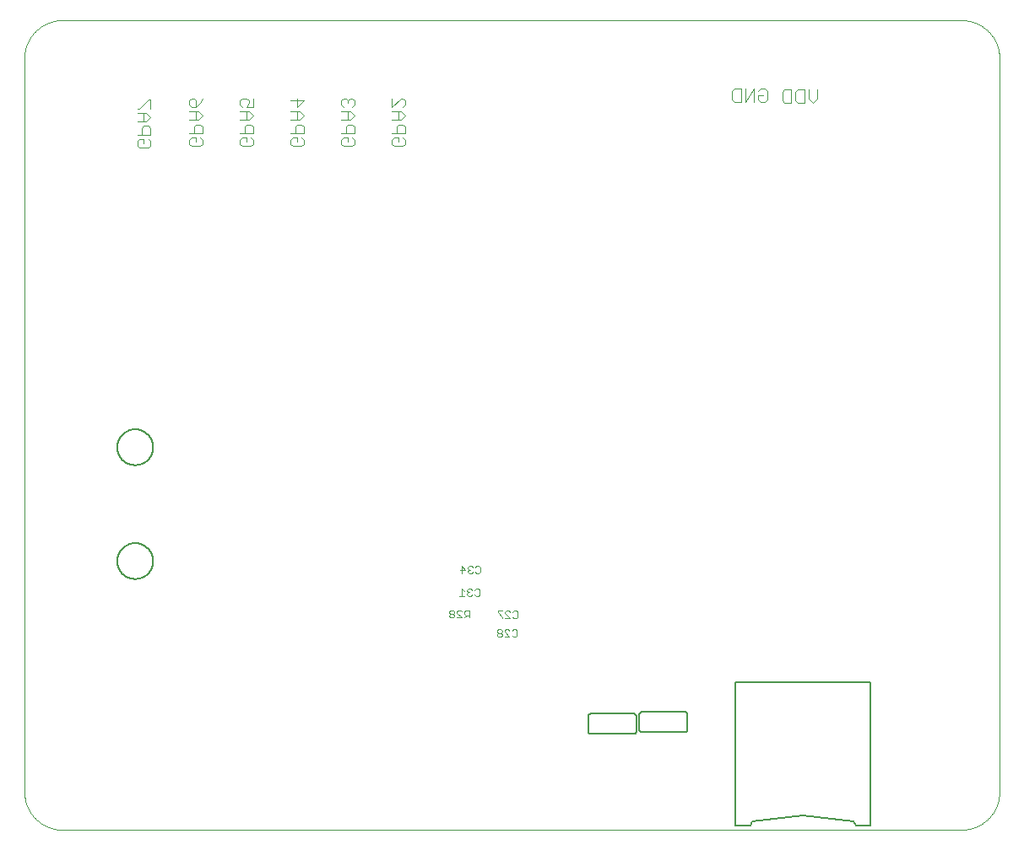
<source format=gbo>
G75*
%MOIN*%
%OFA0B0*%
%FSLAX25Y25*%
%IPPOS*%
%LPD*%
%AMOC8*
5,1,8,0,0,1.08239X$1,22.5*
%
%ADD10C,0.00000*%
%ADD11C,0.00400*%
%ADD12C,0.00300*%
%ADD13C,0.00500*%
%ADD14C,0.00600*%
D10*
X0016750Y0002026D02*
X0371750Y0002026D01*
X0372112Y0002030D01*
X0372475Y0002044D01*
X0372837Y0002065D01*
X0373198Y0002096D01*
X0373558Y0002135D01*
X0373917Y0002183D01*
X0374275Y0002240D01*
X0374632Y0002305D01*
X0374987Y0002379D01*
X0375340Y0002462D01*
X0375691Y0002553D01*
X0376039Y0002652D01*
X0376385Y0002760D01*
X0376729Y0002876D01*
X0377069Y0003001D01*
X0377406Y0003133D01*
X0377740Y0003274D01*
X0378071Y0003423D01*
X0378398Y0003580D01*
X0378721Y0003744D01*
X0379040Y0003916D01*
X0379354Y0004096D01*
X0379665Y0004284D01*
X0379970Y0004479D01*
X0380271Y0004681D01*
X0380567Y0004891D01*
X0380857Y0005107D01*
X0381143Y0005331D01*
X0381423Y0005561D01*
X0381697Y0005798D01*
X0381965Y0006042D01*
X0382228Y0006292D01*
X0382484Y0006548D01*
X0382734Y0006811D01*
X0382978Y0007079D01*
X0383215Y0007353D01*
X0383445Y0007633D01*
X0383669Y0007919D01*
X0383885Y0008209D01*
X0384095Y0008505D01*
X0384297Y0008806D01*
X0384492Y0009111D01*
X0384680Y0009422D01*
X0384860Y0009736D01*
X0385032Y0010055D01*
X0385196Y0010378D01*
X0385353Y0010705D01*
X0385502Y0011036D01*
X0385643Y0011370D01*
X0385775Y0011707D01*
X0385900Y0012047D01*
X0386016Y0012391D01*
X0386124Y0012737D01*
X0386223Y0013085D01*
X0386314Y0013436D01*
X0386397Y0013789D01*
X0386471Y0014144D01*
X0386536Y0014501D01*
X0386593Y0014859D01*
X0386641Y0015218D01*
X0386680Y0015578D01*
X0386711Y0015939D01*
X0386732Y0016301D01*
X0386746Y0016664D01*
X0386750Y0017026D01*
X0386750Y0307026D01*
X0386746Y0307388D01*
X0386732Y0307751D01*
X0386711Y0308113D01*
X0386680Y0308474D01*
X0386641Y0308834D01*
X0386593Y0309193D01*
X0386536Y0309551D01*
X0386471Y0309908D01*
X0386397Y0310263D01*
X0386314Y0310616D01*
X0386223Y0310967D01*
X0386124Y0311315D01*
X0386016Y0311661D01*
X0385900Y0312005D01*
X0385775Y0312345D01*
X0385643Y0312682D01*
X0385502Y0313016D01*
X0385353Y0313347D01*
X0385196Y0313674D01*
X0385032Y0313997D01*
X0384860Y0314316D01*
X0384680Y0314630D01*
X0384492Y0314941D01*
X0384297Y0315246D01*
X0384095Y0315547D01*
X0383885Y0315843D01*
X0383669Y0316133D01*
X0383445Y0316419D01*
X0383215Y0316699D01*
X0382978Y0316973D01*
X0382734Y0317241D01*
X0382484Y0317504D01*
X0382228Y0317760D01*
X0381965Y0318010D01*
X0381697Y0318254D01*
X0381423Y0318491D01*
X0381143Y0318721D01*
X0380857Y0318945D01*
X0380567Y0319161D01*
X0380271Y0319371D01*
X0379970Y0319573D01*
X0379665Y0319768D01*
X0379354Y0319956D01*
X0379040Y0320136D01*
X0378721Y0320308D01*
X0378398Y0320472D01*
X0378071Y0320629D01*
X0377740Y0320778D01*
X0377406Y0320919D01*
X0377069Y0321051D01*
X0376729Y0321176D01*
X0376385Y0321292D01*
X0376039Y0321400D01*
X0375691Y0321499D01*
X0375340Y0321590D01*
X0374987Y0321673D01*
X0374632Y0321747D01*
X0374275Y0321812D01*
X0373917Y0321869D01*
X0373558Y0321917D01*
X0373198Y0321956D01*
X0372837Y0321987D01*
X0372475Y0322008D01*
X0372112Y0322022D01*
X0371750Y0322026D01*
X0016750Y0322026D01*
X0016388Y0322022D01*
X0016025Y0322008D01*
X0015663Y0321987D01*
X0015302Y0321956D01*
X0014942Y0321917D01*
X0014583Y0321869D01*
X0014225Y0321812D01*
X0013868Y0321747D01*
X0013513Y0321673D01*
X0013160Y0321590D01*
X0012809Y0321499D01*
X0012461Y0321400D01*
X0012115Y0321292D01*
X0011771Y0321176D01*
X0011431Y0321051D01*
X0011094Y0320919D01*
X0010760Y0320778D01*
X0010429Y0320629D01*
X0010102Y0320472D01*
X0009779Y0320308D01*
X0009460Y0320136D01*
X0009146Y0319956D01*
X0008835Y0319768D01*
X0008530Y0319573D01*
X0008229Y0319371D01*
X0007933Y0319161D01*
X0007643Y0318945D01*
X0007357Y0318721D01*
X0007077Y0318491D01*
X0006803Y0318254D01*
X0006535Y0318010D01*
X0006272Y0317760D01*
X0006016Y0317504D01*
X0005766Y0317241D01*
X0005522Y0316973D01*
X0005285Y0316699D01*
X0005055Y0316419D01*
X0004831Y0316133D01*
X0004615Y0315843D01*
X0004405Y0315547D01*
X0004203Y0315246D01*
X0004008Y0314941D01*
X0003820Y0314630D01*
X0003640Y0314316D01*
X0003468Y0313997D01*
X0003304Y0313674D01*
X0003147Y0313347D01*
X0002998Y0313016D01*
X0002857Y0312682D01*
X0002725Y0312345D01*
X0002600Y0312005D01*
X0002484Y0311661D01*
X0002376Y0311315D01*
X0002277Y0310967D01*
X0002186Y0310616D01*
X0002103Y0310263D01*
X0002029Y0309908D01*
X0001964Y0309551D01*
X0001907Y0309193D01*
X0001859Y0308834D01*
X0001820Y0308474D01*
X0001789Y0308113D01*
X0001768Y0307751D01*
X0001754Y0307388D01*
X0001750Y0307026D01*
X0001750Y0017026D01*
X0001754Y0016664D01*
X0001768Y0016301D01*
X0001789Y0015939D01*
X0001820Y0015578D01*
X0001859Y0015218D01*
X0001907Y0014859D01*
X0001964Y0014501D01*
X0002029Y0014144D01*
X0002103Y0013789D01*
X0002186Y0013436D01*
X0002277Y0013085D01*
X0002376Y0012737D01*
X0002484Y0012391D01*
X0002600Y0012047D01*
X0002725Y0011707D01*
X0002857Y0011370D01*
X0002998Y0011036D01*
X0003147Y0010705D01*
X0003304Y0010378D01*
X0003468Y0010055D01*
X0003640Y0009736D01*
X0003820Y0009422D01*
X0004008Y0009111D01*
X0004203Y0008806D01*
X0004405Y0008505D01*
X0004615Y0008209D01*
X0004831Y0007919D01*
X0005055Y0007633D01*
X0005285Y0007353D01*
X0005522Y0007079D01*
X0005766Y0006811D01*
X0006016Y0006548D01*
X0006272Y0006292D01*
X0006535Y0006042D01*
X0006803Y0005798D01*
X0007077Y0005561D01*
X0007357Y0005331D01*
X0007643Y0005107D01*
X0007933Y0004891D01*
X0008229Y0004681D01*
X0008530Y0004479D01*
X0008835Y0004284D01*
X0009146Y0004096D01*
X0009460Y0003916D01*
X0009779Y0003744D01*
X0010102Y0003580D01*
X0010429Y0003423D01*
X0010760Y0003274D01*
X0011094Y0003133D01*
X0011431Y0003001D01*
X0011771Y0002876D01*
X0012115Y0002760D01*
X0012461Y0002652D01*
X0012809Y0002553D01*
X0013160Y0002462D01*
X0013513Y0002379D01*
X0013868Y0002305D01*
X0014225Y0002240D01*
X0014583Y0002183D01*
X0014942Y0002135D01*
X0015302Y0002096D01*
X0015663Y0002065D01*
X0016025Y0002044D01*
X0016388Y0002030D01*
X0016750Y0002026D01*
D11*
X0047217Y0271600D02*
X0046350Y0272467D01*
X0046350Y0274202D01*
X0047217Y0275070D01*
X0048952Y0275070D01*
X0048952Y0273335D01*
X0050687Y0271600D02*
X0047217Y0271600D01*
X0050687Y0271600D02*
X0051554Y0272467D01*
X0051554Y0274202D01*
X0050687Y0275070D01*
X0051554Y0276756D02*
X0051554Y0279359D01*
X0050687Y0280226D01*
X0048952Y0280226D01*
X0048085Y0279359D01*
X0048085Y0276756D01*
X0046350Y0276756D02*
X0051554Y0276756D01*
X0049820Y0281913D02*
X0046350Y0281913D01*
X0048952Y0281913D02*
X0048952Y0285382D01*
X0049820Y0285382D02*
X0046350Y0285382D01*
X0046350Y0287069D02*
X0047217Y0287069D01*
X0050687Y0290539D01*
X0051554Y0290539D01*
X0051554Y0287069D01*
X0049820Y0285382D02*
X0051554Y0283648D01*
X0049820Y0281913D01*
X0066950Y0282538D02*
X0070420Y0282538D01*
X0072154Y0284273D01*
X0070420Y0286008D01*
X0066950Y0286008D01*
X0067817Y0287695D02*
X0066950Y0288562D01*
X0066950Y0290297D01*
X0067817Y0291164D01*
X0068685Y0291164D01*
X0069552Y0290297D01*
X0069552Y0287695D01*
X0067817Y0287695D01*
X0069552Y0287695D02*
X0071287Y0289430D01*
X0072154Y0291164D01*
X0069552Y0286008D02*
X0069552Y0282538D01*
X0069552Y0280852D02*
X0068685Y0279984D01*
X0068685Y0277382D01*
X0066950Y0277382D02*
X0072154Y0277382D01*
X0072154Y0279984D01*
X0071287Y0280852D01*
X0069552Y0280852D01*
X0069552Y0275695D02*
X0069552Y0273960D01*
X0069552Y0275695D02*
X0067817Y0275695D01*
X0066950Y0274828D01*
X0066950Y0273093D01*
X0067817Y0272226D01*
X0071287Y0272226D01*
X0072154Y0273093D01*
X0072154Y0274828D01*
X0071287Y0275695D01*
X0086950Y0274828D02*
X0087817Y0275695D01*
X0089552Y0275695D01*
X0089552Y0273960D01*
X0091287Y0272226D02*
X0087817Y0272226D01*
X0086950Y0273093D01*
X0086950Y0274828D01*
X0086950Y0277382D02*
X0092154Y0277382D01*
X0092154Y0279984D01*
X0091287Y0280852D01*
X0089552Y0280852D01*
X0088685Y0279984D01*
X0088685Y0277382D01*
X0091287Y0275695D02*
X0092154Y0274828D01*
X0092154Y0273093D01*
X0091287Y0272226D01*
X0090420Y0282538D02*
X0086950Y0282538D01*
X0089552Y0282538D02*
X0089552Y0286008D01*
X0090420Y0286008D02*
X0086950Y0286008D01*
X0087817Y0287695D02*
X0086950Y0288562D01*
X0086950Y0290297D01*
X0087817Y0291164D01*
X0089552Y0291164D01*
X0090420Y0290297D01*
X0090420Y0289430D01*
X0089552Y0287695D01*
X0092154Y0287695D01*
X0092154Y0291164D01*
X0090420Y0286008D02*
X0092154Y0284273D01*
X0090420Y0282538D01*
X0106950Y0282538D02*
X0110420Y0282538D01*
X0112154Y0284273D01*
X0110420Y0286008D01*
X0106950Y0286008D01*
X0109552Y0286008D02*
X0109552Y0282538D01*
X0109552Y0280852D02*
X0108685Y0279984D01*
X0108685Y0277382D01*
X0106950Y0277382D02*
X0112154Y0277382D01*
X0112154Y0279984D01*
X0111287Y0280852D01*
X0109552Y0280852D01*
X0109552Y0275695D02*
X0107817Y0275695D01*
X0106950Y0274828D01*
X0106950Y0273093D01*
X0107817Y0272226D01*
X0111287Y0272226D01*
X0112154Y0273093D01*
X0112154Y0274828D01*
X0111287Y0275695D01*
X0109552Y0275695D02*
X0109552Y0273960D01*
X0109552Y0287695D02*
X0109552Y0291164D01*
X0106950Y0290297D02*
X0112154Y0290297D01*
X0109552Y0287695D01*
X0126950Y0288562D02*
X0127817Y0287695D01*
X0126950Y0288562D02*
X0126950Y0290297D01*
X0127817Y0291164D01*
X0128685Y0291164D01*
X0129552Y0290297D01*
X0129552Y0289430D01*
X0129552Y0290297D02*
X0130420Y0291164D01*
X0131287Y0291164D01*
X0132154Y0290297D01*
X0132154Y0288562D01*
X0131287Y0287695D01*
X0130420Y0286008D02*
X0126950Y0286008D01*
X0129552Y0286008D02*
X0129552Y0282538D01*
X0130420Y0282538D02*
X0132154Y0284273D01*
X0130420Y0286008D01*
X0130420Y0282538D02*
X0126950Y0282538D01*
X0128685Y0279984D02*
X0128685Y0277382D01*
X0126950Y0277382D02*
X0132154Y0277382D01*
X0132154Y0279984D01*
X0131287Y0280852D01*
X0129552Y0280852D01*
X0128685Y0279984D01*
X0127817Y0275695D02*
X0129552Y0275695D01*
X0129552Y0273960D01*
X0131287Y0272226D02*
X0127817Y0272226D01*
X0126950Y0273093D01*
X0126950Y0274828D01*
X0127817Y0275695D01*
X0131287Y0275695D02*
X0132154Y0274828D01*
X0132154Y0273093D01*
X0131287Y0272226D01*
X0146950Y0273093D02*
X0146950Y0274828D01*
X0147817Y0275695D01*
X0149552Y0275695D01*
X0149552Y0273960D01*
X0147817Y0272226D02*
X0146950Y0273093D01*
X0147817Y0272226D02*
X0151287Y0272226D01*
X0152154Y0273093D01*
X0152154Y0274828D01*
X0151287Y0275695D01*
X0152154Y0277382D02*
X0152154Y0279984D01*
X0151287Y0280852D01*
X0149552Y0280852D01*
X0148685Y0279984D01*
X0148685Y0277382D01*
X0146950Y0277382D02*
X0152154Y0277382D01*
X0150420Y0282538D02*
X0146950Y0282538D01*
X0149552Y0282538D02*
X0149552Y0286008D01*
X0150420Y0286008D02*
X0146950Y0286008D01*
X0146950Y0287695D02*
X0150420Y0291164D01*
X0151287Y0291164D01*
X0152154Y0290297D01*
X0152154Y0288562D01*
X0151287Y0287695D01*
X0150420Y0286008D02*
X0152154Y0284273D01*
X0150420Y0282538D01*
X0146950Y0287695D02*
X0146950Y0291164D01*
X0281259Y0290541D02*
X0281259Y0294011D01*
X0282127Y0294878D01*
X0284729Y0294878D01*
X0284729Y0289674D01*
X0282127Y0289674D01*
X0281259Y0290541D01*
X0286416Y0289674D02*
X0286416Y0294878D01*
X0289885Y0294878D02*
X0286416Y0289674D01*
X0289885Y0289674D02*
X0289885Y0294878D01*
X0291572Y0294011D02*
X0292439Y0294878D01*
X0294174Y0294878D01*
X0295042Y0294011D01*
X0295042Y0290541D01*
X0294174Y0289674D01*
X0292439Y0289674D01*
X0291572Y0290541D01*
X0291572Y0292276D01*
X0293307Y0292276D01*
X0301020Y0293741D02*
X0301020Y0290272D01*
X0301888Y0289404D01*
X0304490Y0289404D01*
X0304490Y0294609D01*
X0301888Y0294609D01*
X0301020Y0293741D01*
X0306177Y0293741D02*
X0306177Y0290272D01*
X0307044Y0289404D01*
X0309646Y0289404D01*
X0309646Y0294609D01*
X0307044Y0294609D01*
X0306177Y0293741D01*
X0311333Y0294609D02*
X0311333Y0291139D01*
X0313068Y0289404D01*
X0314803Y0291139D01*
X0314803Y0294609D01*
D12*
X0181249Y0106294D02*
X0181733Y0105810D01*
X0181733Y0103875D01*
X0181249Y0103391D01*
X0180282Y0103391D01*
X0179798Y0103875D01*
X0178787Y0103875D02*
X0178303Y0103391D01*
X0177335Y0103391D01*
X0176852Y0103875D01*
X0176852Y0104359D01*
X0177335Y0104843D01*
X0177819Y0104843D01*
X0177335Y0104843D02*
X0176852Y0105326D01*
X0176852Y0105810D01*
X0177335Y0106294D01*
X0178303Y0106294D01*
X0178787Y0105810D01*
X0179798Y0105810D02*
X0180282Y0106294D01*
X0181249Y0106294D01*
X0175840Y0104843D02*
X0173905Y0104843D01*
X0174389Y0106294D02*
X0175840Y0104843D01*
X0174389Y0103391D02*
X0174389Y0106294D01*
X0174581Y0097314D02*
X0174581Y0094411D01*
X0175548Y0094411D02*
X0173613Y0094411D01*
X0175548Y0096346D02*
X0174581Y0097314D01*
X0176560Y0096830D02*
X0176560Y0096346D01*
X0177043Y0095863D01*
X0176560Y0095379D01*
X0176560Y0094895D01*
X0177043Y0094411D01*
X0178011Y0094411D01*
X0178495Y0094895D01*
X0179506Y0094895D02*
X0179990Y0094411D01*
X0180957Y0094411D01*
X0181441Y0094895D01*
X0181441Y0096830D01*
X0180957Y0097314D01*
X0179990Y0097314D01*
X0179506Y0096830D01*
X0178495Y0096830D02*
X0178011Y0097314D01*
X0177043Y0097314D01*
X0176560Y0096830D01*
X0177043Y0095863D02*
X0177527Y0095863D01*
X0177408Y0088771D02*
X0175957Y0088771D01*
X0175473Y0088288D01*
X0175473Y0087320D01*
X0175957Y0086836D01*
X0177408Y0086836D01*
X0177408Y0085869D02*
X0177408Y0088771D01*
X0176441Y0086836D02*
X0175473Y0085869D01*
X0174462Y0085869D02*
X0172527Y0087804D01*
X0172527Y0088288D01*
X0173010Y0088771D01*
X0173978Y0088771D01*
X0174462Y0088288D01*
X0174462Y0085869D02*
X0172527Y0085869D01*
X0171515Y0086353D02*
X0171515Y0086836D01*
X0171031Y0087320D01*
X0170064Y0087320D01*
X0169580Y0086836D01*
X0169580Y0086353D01*
X0170064Y0085869D01*
X0171031Y0085869D01*
X0171515Y0086353D01*
X0171031Y0087320D02*
X0171515Y0087804D01*
X0171515Y0088288D01*
X0171031Y0088771D01*
X0170064Y0088771D01*
X0169580Y0088288D01*
X0169580Y0087804D01*
X0170064Y0087320D01*
X0188662Y0088062D02*
X0190597Y0086127D01*
X0190597Y0085643D01*
X0191609Y0085643D02*
X0193544Y0085643D01*
X0191609Y0087578D01*
X0191609Y0088062D01*
X0192092Y0088545D01*
X0193060Y0088545D01*
X0193544Y0088062D01*
X0194555Y0088062D02*
X0195039Y0088545D01*
X0196006Y0088545D01*
X0196490Y0088062D01*
X0196490Y0086127D01*
X0196006Y0085643D01*
X0195039Y0085643D01*
X0194555Y0086127D01*
X0190597Y0088545D02*
X0188662Y0088545D01*
X0188662Y0088062D01*
X0188889Y0081206D02*
X0188406Y0080723D01*
X0188406Y0080239D01*
X0188889Y0079755D01*
X0189857Y0079755D01*
X0190341Y0080239D01*
X0190341Y0080723D01*
X0189857Y0081206D01*
X0188889Y0081206D01*
X0188889Y0079755D02*
X0188406Y0079271D01*
X0188406Y0078788D01*
X0188889Y0078304D01*
X0189857Y0078304D01*
X0190341Y0078788D01*
X0190341Y0079271D01*
X0189857Y0079755D01*
X0191352Y0080239D02*
X0191352Y0080723D01*
X0191836Y0081206D01*
X0192803Y0081206D01*
X0193287Y0080723D01*
X0194299Y0080723D02*
X0194782Y0081206D01*
X0195750Y0081206D01*
X0196234Y0080723D01*
X0196234Y0078788D01*
X0195750Y0078304D01*
X0194782Y0078304D01*
X0194299Y0078788D01*
X0193287Y0078304D02*
X0191352Y0080239D01*
X0191352Y0078304D02*
X0193287Y0078304D01*
D13*
X0282560Y0060349D02*
X0282560Y0007987D01*
X0282560Y0003656D01*
X0288465Y0003656D01*
X0289253Y0005349D01*
X0309253Y0007849D01*
X0329253Y0005349D01*
X0330040Y0003656D01*
X0335946Y0003656D01*
X0335946Y0060349D01*
X0282560Y0060349D01*
X0038403Y0108266D02*
X0038405Y0108440D01*
X0038412Y0108614D01*
X0038422Y0108787D01*
X0038437Y0108961D01*
X0038456Y0109134D01*
X0038480Y0109306D01*
X0038507Y0109478D01*
X0038539Y0109649D01*
X0038575Y0109819D01*
X0038615Y0109988D01*
X0038660Y0110156D01*
X0038708Y0110323D01*
X0038761Y0110489D01*
X0038817Y0110654D01*
X0038878Y0110817D01*
X0038942Y0110978D01*
X0039011Y0111138D01*
X0039083Y0111296D01*
X0039160Y0111452D01*
X0039240Y0111607D01*
X0039324Y0111759D01*
X0039411Y0111909D01*
X0039503Y0112058D01*
X0039597Y0112203D01*
X0039696Y0112347D01*
X0039798Y0112488D01*
X0039903Y0112626D01*
X0040012Y0112762D01*
X0040124Y0112895D01*
X0040239Y0113025D01*
X0040357Y0113153D01*
X0040479Y0113277D01*
X0040603Y0113399D01*
X0040731Y0113517D01*
X0040861Y0113632D01*
X0040994Y0113744D01*
X0041130Y0113853D01*
X0041268Y0113958D01*
X0041409Y0114060D01*
X0041553Y0114159D01*
X0041698Y0114253D01*
X0041847Y0114345D01*
X0041997Y0114432D01*
X0042149Y0114516D01*
X0042304Y0114596D01*
X0042460Y0114673D01*
X0042618Y0114745D01*
X0042778Y0114814D01*
X0042939Y0114878D01*
X0043102Y0114939D01*
X0043267Y0114995D01*
X0043433Y0115048D01*
X0043600Y0115096D01*
X0043768Y0115141D01*
X0043937Y0115181D01*
X0044107Y0115217D01*
X0044278Y0115249D01*
X0044450Y0115276D01*
X0044622Y0115300D01*
X0044795Y0115319D01*
X0044969Y0115334D01*
X0045142Y0115344D01*
X0045316Y0115351D01*
X0045490Y0115353D01*
X0045664Y0115351D01*
X0045838Y0115344D01*
X0046011Y0115334D01*
X0046185Y0115319D01*
X0046358Y0115300D01*
X0046530Y0115276D01*
X0046702Y0115249D01*
X0046873Y0115217D01*
X0047043Y0115181D01*
X0047212Y0115141D01*
X0047380Y0115096D01*
X0047547Y0115048D01*
X0047713Y0114995D01*
X0047878Y0114939D01*
X0048041Y0114878D01*
X0048202Y0114814D01*
X0048362Y0114745D01*
X0048520Y0114673D01*
X0048676Y0114596D01*
X0048831Y0114516D01*
X0048983Y0114432D01*
X0049133Y0114345D01*
X0049282Y0114253D01*
X0049427Y0114159D01*
X0049571Y0114060D01*
X0049712Y0113958D01*
X0049850Y0113853D01*
X0049986Y0113744D01*
X0050119Y0113632D01*
X0050249Y0113517D01*
X0050377Y0113399D01*
X0050501Y0113277D01*
X0050623Y0113153D01*
X0050741Y0113025D01*
X0050856Y0112895D01*
X0050968Y0112762D01*
X0051077Y0112626D01*
X0051182Y0112488D01*
X0051284Y0112347D01*
X0051383Y0112203D01*
X0051477Y0112058D01*
X0051569Y0111909D01*
X0051656Y0111759D01*
X0051740Y0111607D01*
X0051820Y0111452D01*
X0051897Y0111296D01*
X0051969Y0111138D01*
X0052038Y0110978D01*
X0052102Y0110817D01*
X0052163Y0110654D01*
X0052219Y0110489D01*
X0052272Y0110323D01*
X0052320Y0110156D01*
X0052365Y0109988D01*
X0052405Y0109819D01*
X0052441Y0109649D01*
X0052473Y0109478D01*
X0052500Y0109306D01*
X0052524Y0109134D01*
X0052543Y0108961D01*
X0052558Y0108787D01*
X0052568Y0108614D01*
X0052575Y0108440D01*
X0052577Y0108266D01*
X0052575Y0108092D01*
X0052568Y0107918D01*
X0052558Y0107745D01*
X0052543Y0107571D01*
X0052524Y0107398D01*
X0052500Y0107226D01*
X0052473Y0107054D01*
X0052441Y0106883D01*
X0052405Y0106713D01*
X0052365Y0106544D01*
X0052320Y0106376D01*
X0052272Y0106209D01*
X0052219Y0106043D01*
X0052163Y0105878D01*
X0052102Y0105715D01*
X0052038Y0105554D01*
X0051969Y0105394D01*
X0051897Y0105236D01*
X0051820Y0105080D01*
X0051740Y0104925D01*
X0051656Y0104773D01*
X0051569Y0104623D01*
X0051477Y0104474D01*
X0051383Y0104329D01*
X0051284Y0104185D01*
X0051182Y0104044D01*
X0051077Y0103906D01*
X0050968Y0103770D01*
X0050856Y0103637D01*
X0050741Y0103507D01*
X0050623Y0103379D01*
X0050501Y0103255D01*
X0050377Y0103133D01*
X0050249Y0103015D01*
X0050119Y0102900D01*
X0049986Y0102788D01*
X0049850Y0102679D01*
X0049712Y0102574D01*
X0049571Y0102472D01*
X0049427Y0102373D01*
X0049282Y0102279D01*
X0049133Y0102187D01*
X0048983Y0102100D01*
X0048831Y0102016D01*
X0048676Y0101936D01*
X0048520Y0101859D01*
X0048362Y0101787D01*
X0048202Y0101718D01*
X0048041Y0101654D01*
X0047878Y0101593D01*
X0047713Y0101537D01*
X0047547Y0101484D01*
X0047380Y0101436D01*
X0047212Y0101391D01*
X0047043Y0101351D01*
X0046873Y0101315D01*
X0046702Y0101283D01*
X0046530Y0101256D01*
X0046358Y0101232D01*
X0046185Y0101213D01*
X0046011Y0101198D01*
X0045838Y0101188D01*
X0045664Y0101181D01*
X0045490Y0101179D01*
X0045316Y0101181D01*
X0045142Y0101188D01*
X0044969Y0101198D01*
X0044795Y0101213D01*
X0044622Y0101232D01*
X0044450Y0101256D01*
X0044278Y0101283D01*
X0044107Y0101315D01*
X0043937Y0101351D01*
X0043768Y0101391D01*
X0043600Y0101436D01*
X0043433Y0101484D01*
X0043267Y0101537D01*
X0043102Y0101593D01*
X0042939Y0101654D01*
X0042778Y0101718D01*
X0042618Y0101787D01*
X0042460Y0101859D01*
X0042304Y0101936D01*
X0042149Y0102016D01*
X0041997Y0102100D01*
X0041847Y0102187D01*
X0041698Y0102279D01*
X0041553Y0102373D01*
X0041409Y0102472D01*
X0041268Y0102574D01*
X0041130Y0102679D01*
X0040994Y0102788D01*
X0040861Y0102900D01*
X0040731Y0103015D01*
X0040603Y0103133D01*
X0040479Y0103255D01*
X0040357Y0103379D01*
X0040239Y0103507D01*
X0040124Y0103637D01*
X0040012Y0103770D01*
X0039903Y0103906D01*
X0039798Y0104044D01*
X0039696Y0104185D01*
X0039597Y0104329D01*
X0039503Y0104474D01*
X0039411Y0104623D01*
X0039324Y0104773D01*
X0039240Y0104925D01*
X0039160Y0105080D01*
X0039083Y0105236D01*
X0039011Y0105394D01*
X0038942Y0105554D01*
X0038878Y0105715D01*
X0038817Y0105878D01*
X0038761Y0106043D01*
X0038708Y0106209D01*
X0038660Y0106376D01*
X0038615Y0106544D01*
X0038575Y0106713D01*
X0038539Y0106883D01*
X0038507Y0107054D01*
X0038480Y0107226D01*
X0038456Y0107398D01*
X0038437Y0107571D01*
X0038422Y0107745D01*
X0038412Y0107918D01*
X0038405Y0108092D01*
X0038403Y0108266D01*
X0038403Y0153266D02*
X0038405Y0153440D01*
X0038412Y0153614D01*
X0038422Y0153787D01*
X0038437Y0153961D01*
X0038456Y0154134D01*
X0038480Y0154306D01*
X0038507Y0154478D01*
X0038539Y0154649D01*
X0038575Y0154819D01*
X0038615Y0154988D01*
X0038660Y0155156D01*
X0038708Y0155323D01*
X0038761Y0155489D01*
X0038817Y0155654D01*
X0038878Y0155817D01*
X0038942Y0155978D01*
X0039011Y0156138D01*
X0039083Y0156296D01*
X0039160Y0156452D01*
X0039240Y0156607D01*
X0039324Y0156759D01*
X0039411Y0156909D01*
X0039503Y0157058D01*
X0039597Y0157203D01*
X0039696Y0157347D01*
X0039798Y0157488D01*
X0039903Y0157626D01*
X0040012Y0157762D01*
X0040124Y0157895D01*
X0040239Y0158025D01*
X0040357Y0158153D01*
X0040479Y0158277D01*
X0040603Y0158399D01*
X0040731Y0158517D01*
X0040861Y0158632D01*
X0040994Y0158744D01*
X0041130Y0158853D01*
X0041268Y0158958D01*
X0041409Y0159060D01*
X0041553Y0159159D01*
X0041698Y0159253D01*
X0041847Y0159345D01*
X0041997Y0159432D01*
X0042149Y0159516D01*
X0042304Y0159596D01*
X0042460Y0159673D01*
X0042618Y0159745D01*
X0042778Y0159814D01*
X0042939Y0159878D01*
X0043102Y0159939D01*
X0043267Y0159995D01*
X0043433Y0160048D01*
X0043600Y0160096D01*
X0043768Y0160141D01*
X0043937Y0160181D01*
X0044107Y0160217D01*
X0044278Y0160249D01*
X0044450Y0160276D01*
X0044622Y0160300D01*
X0044795Y0160319D01*
X0044969Y0160334D01*
X0045142Y0160344D01*
X0045316Y0160351D01*
X0045490Y0160353D01*
X0045664Y0160351D01*
X0045838Y0160344D01*
X0046011Y0160334D01*
X0046185Y0160319D01*
X0046358Y0160300D01*
X0046530Y0160276D01*
X0046702Y0160249D01*
X0046873Y0160217D01*
X0047043Y0160181D01*
X0047212Y0160141D01*
X0047380Y0160096D01*
X0047547Y0160048D01*
X0047713Y0159995D01*
X0047878Y0159939D01*
X0048041Y0159878D01*
X0048202Y0159814D01*
X0048362Y0159745D01*
X0048520Y0159673D01*
X0048676Y0159596D01*
X0048831Y0159516D01*
X0048983Y0159432D01*
X0049133Y0159345D01*
X0049282Y0159253D01*
X0049427Y0159159D01*
X0049571Y0159060D01*
X0049712Y0158958D01*
X0049850Y0158853D01*
X0049986Y0158744D01*
X0050119Y0158632D01*
X0050249Y0158517D01*
X0050377Y0158399D01*
X0050501Y0158277D01*
X0050623Y0158153D01*
X0050741Y0158025D01*
X0050856Y0157895D01*
X0050968Y0157762D01*
X0051077Y0157626D01*
X0051182Y0157488D01*
X0051284Y0157347D01*
X0051383Y0157203D01*
X0051477Y0157058D01*
X0051569Y0156909D01*
X0051656Y0156759D01*
X0051740Y0156607D01*
X0051820Y0156452D01*
X0051897Y0156296D01*
X0051969Y0156138D01*
X0052038Y0155978D01*
X0052102Y0155817D01*
X0052163Y0155654D01*
X0052219Y0155489D01*
X0052272Y0155323D01*
X0052320Y0155156D01*
X0052365Y0154988D01*
X0052405Y0154819D01*
X0052441Y0154649D01*
X0052473Y0154478D01*
X0052500Y0154306D01*
X0052524Y0154134D01*
X0052543Y0153961D01*
X0052558Y0153787D01*
X0052568Y0153614D01*
X0052575Y0153440D01*
X0052577Y0153266D01*
X0052575Y0153092D01*
X0052568Y0152918D01*
X0052558Y0152745D01*
X0052543Y0152571D01*
X0052524Y0152398D01*
X0052500Y0152226D01*
X0052473Y0152054D01*
X0052441Y0151883D01*
X0052405Y0151713D01*
X0052365Y0151544D01*
X0052320Y0151376D01*
X0052272Y0151209D01*
X0052219Y0151043D01*
X0052163Y0150878D01*
X0052102Y0150715D01*
X0052038Y0150554D01*
X0051969Y0150394D01*
X0051897Y0150236D01*
X0051820Y0150080D01*
X0051740Y0149925D01*
X0051656Y0149773D01*
X0051569Y0149623D01*
X0051477Y0149474D01*
X0051383Y0149329D01*
X0051284Y0149185D01*
X0051182Y0149044D01*
X0051077Y0148906D01*
X0050968Y0148770D01*
X0050856Y0148637D01*
X0050741Y0148507D01*
X0050623Y0148379D01*
X0050501Y0148255D01*
X0050377Y0148133D01*
X0050249Y0148015D01*
X0050119Y0147900D01*
X0049986Y0147788D01*
X0049850Y0147679D01*
X0049712Y0147574D01*
X0049571Y0147472D01*
X0049427Y0147373D01*
X0049282Y0147279D01*
X0049133Y0147187D01*
X0048983Y0147100D01*
X0048831Y0147016D01*
X0048676Y0146936D01*
X0048520Y0146859D01*
X0048362Y0146787D01*
X0048202Y0146718D01*
X0048041Y0146654D01*
X0047878Y0146593D01*
X0047713Y0146537D01*
X0047547Y0146484D01*
X0047380Y0146436D01*
X0047212Y0146391D01*
X0047043Y0146351D01*
X0046873Y0146315D01*
X0046702Y0146283D01*
X0046530Y0146256D01*
X0046358Y0146232D01*
X0046185Y0146213D01*
X0046011Y0146198D01*
X0045838Y0146188D01*
X0045664Y0146181D01*
X0045490Y0146179D01*
X0045316Y0146181D01*
X0045142Y0146188D01*
X0044969Y0146198D01*
X0044795Y0146213D01*
X0044622Y0146232D01*
X0044450Y0146256D01*
X0044278Y0146283D01*
X0044107Y0146315D01*
X0043937Y0146351D01*
X0043768Y0146391D01*
X0043600Y0146436D01*
X0043433Y0146484D01*
X0043267Y0146537D01*
X0043102Y0146593D01*
X0042939Y0146654D01*
X0042778Y0146718D01*
X0042618Y0146787D01*
X0042460Y0146859D01*
X0042304Y0146936D01*
X0042149Y0147016D01*
X0041997Y0147100D01*
X0041847Y0147187D01*
X0041698Y0147279D01*
X0041553Y0147373D01*
X0041409Y0147472D01*
X0041268Y0147574D01*
X0041130Y0147679D01*
X0040994Y0147788D01*
X0040861Y0147900D01*
X0040731Y0148015D01*
X0040603Y0148133D01*
X0040479Y0148255D01*
X0040357Y0148379D01*
X0040239Y0148507D01*
X0040124Y0148637D01*
X0040012Y0148770D01*
X0039903Y0148906D01*
X0039798Y0149044D01*
X0039696Y0149185D01*
X0039597Y0149329D01*
X0039503Y0149474D01*
X0039411Y0149623D01*
X0039324Y0149773D01*
X0039240Y0149925D01*
X0039160Y0150080D01*
X0039083Y0150236D01*
X0039011Y0150394D01*
X0038942Y0150554D01*
X0038878Y0150715D01*
X0038817Y0150878D01*
X0038761Y0151043D01*
X0038708Y0151209D01*
X0038660Y0151376D01*
X0038615Y0151544D01*
X0038575Y0151713D01*
X0038539Y0151883D01*
X0038507Y0152054D01*
X0038480Y0152226D01*
X0038456Y0152398D01*
X0038437Y0152571D01*
X0038422Y0152745D01*
X0038412Y0152918D01*
X0038405Y0153092D01*
X0038403Y0153266D01*
D14*
X0224359Y0046888D02*
X0224359Y0040888D01*
X0224361Y0040828D01*
X0224366Y0040767D01*
X0224375Y0040708D01*
X0224388Y0040649D01*
X0224404Y0040590D01*
X0224424Y0040533D01*
X0224447Y0040478D01*
X0224474Y0040423D01*
X0224503Y0040371D01*
X0224536Y0040320D01*
X0224572Y0040271D01*
X0224610Y0040225D01*
X0224652Y0040181D01*
X0224696Y0040139D01*
X0224742Y0040101D01*
X0224791Y0040065D01*
X0224842Y0040032D01*
X0224894Y0040003D01*
X0224949Y0039976D01*
X0225004Y0039953D01*
X0225061Y0039933D01*
X0225120Y0039917D01*
X0225179Y0039904D01*
X0225238Y0039895D01*
X0225299Y0039890D01*
X0225359Y0039888D01*
X0242359Y0039888D01*
X0242419Y0039890D01*
X0242480Y0039895D01*
X0242539Y0039904D01*
X0242598Y0039917D01*
X0242657Y0039933D01*
X0242714Y0039953D01*
X0242769Y0039976D01*
X0242824Y0040003D01*
X0242876Y0040032D01*
X0242927Y0040065D01*
X0242976Y0040101D01*
X0243022Y0040139D01*
X0243066Y0040181D01*
X0243108Y0040225D01*
X0243146Y0040271D01*
X0243182Y0040320D01*
X0243215Y0040371D01*
X0243244Y0040423D01*
X0243271Y0040478D01*
X0243294Y0040533D01*
X0243314Y0040590D01*
X0243330Y0040649D01*
X0243343Y0040708D01*
X0243352Y0040767D01*
X0243357Y0040828D01*
X0243359Y0040888D01*
X0243359Y0046888D01*
X0243357Y0046948D01*
X0243352Y0047009D01*
X0243343Y0047068D01*
X0243330Y0047127D01*
X0243314Y0047186D01*
X0243294Y0047243D01*
X0243271Y0047298D01*
X0243244Y0047353D01*
X0243215Y0047405D01*
X0243182Y0047456D01*
X0243146Y0047505D01*
X0243108Y0047551D01*
X0243066Y0047595D01*
X0243022Y0047637D01*
X0242976Y0047675D01*
X0242927Y0047711D01*
X0242876Y0047744D01*
X0242824Y0047773D01*
X0242769Y0047800D01*
X0242714Y0047823D01*
X0242657Y0047843D01*
X0242598Y0047859D01*
X0242539Y0047872D01*
X0242480Y0047881D01*
X0242419Y0047886D01*
X0242359Y0047888D01*
X0225359Y0047888D01*
X0225299Y0047886D01*
X0225238Y0047881D01*
X0225179Y0047872D01*
X0225120Y0047859D01*
X0225061Y0047843D01*
X0225004Y0047823D01*
X0224949Y0047800D01*
X0224894Y0047773D01*
X0224842Y0047744D01*
X0224791Y0047711D01*
X0224742Y0047675D01*
X0224696Y0047637D01*
X0224652Y0047595D01*
X0224610Y0047551D01*
X0224572Y0047505D01*
X0224536Y0047456D01*
X0224503Y0047405D01*
X0224474Y0047353D01*
X0224447Y0047298D01*
X0224424Y0047243D01*
X0224404Y0047186D01*
X0224388Y0047127D01*
X0224375Y0047068D01*
X0224366Y0047009D01*
X0224361Y0046948D01*
X0224359Y0046888D01*
X0244586Y0047671D02*
X0244586Y0041671D01*
X0244588Y0041611D01*
X0244593Y0041550D01*
X0244602Y0041491D01*
X0244615Y0041432D01*
X0244631Y0041373D01*
X0244651Y0041316D01*
X0244674Y0041261D01*
X0244701Y0041206D01*
X0244730Y0041154D01*
X0244763Y0041103D01*
X0244799Y0041054D01*
X0244837Y0041008D01*
X0244879Y0040964D01*
X0244923Y0040922D01*
X0244969Y0040884D01*
X0245018Y0040848D01*
X0245069Y0040815D01*
X0245121Y0040786D01*
X0245176Y0040759D01*
X0245231Y0040736D01*
X0245288Y0040716D01*
X0245347Y0040700D01*
X0245406Y0040687D01*
X0245465Y0040678D01*
X0245526Y0040673D01*
X0245586Y0040671D01*
X0262586Y0040671D01*
X0262646Y0040673D01*
X0262707Y0040678D01*
X0262766Y0040687D01*
X0262825Y0040700D01*
X0262884Y0040716D01*
X0262941Y0040736D01*
X0262996Y0040759D01*
X0263051Y0040786D01*
X0263103Y0040815D01*
X0263154Y0040848D01*
X0263203Y0040884D01*
X0263249Y0040922D01*
X0263293Y0040964D01*
X0263335Y0041008D01*
X0263373Y0041054D01*
X0263409Y0041103D01*
X0263442Y0041154D01*
X0263471Y0041206D01*
X0263498Y0041261D01*
X0263521Y0041316D01*
X0263541Y0041373D01*
X0263557Y0041432D01*
X0263570Y0041491D01*
X0263579Y0041550D01*
X0263584Y0041611D01*
X0263586Y0041671D01*
X0263586Y0047671D01*
X0263584Y0047731D01*
X0263579Y0047792D01*
X0263570Y0047851D01*
X0263557Y0047910D01*
X0263541Y0047969D01*
X0263521Y0048026D01*
X0263498Y0048081D01*
X0263471Y0048136D01*
X0263442Y0048188D01*
X0263409Y0048239D01*
X0263373Y0048288D01*
X0263335Y0048334D01*
X0263293Y0048378D01*
X0263249Y0048420D01*
X0263203Y0048458D01*
X0263154Y0048494D01*
X0263103Y0048527D01*
X0263051Y0048556D01*
X0262996Y0048583D01*
X0262941Y0048606D01*
X0262884Y0048626D01*
X0262825Y0048642D01*
X0262766Y0048655D01*
X0262707Y0048664D01*
X0262646Y0048669D01*
X0262586Y0048671D01*
X0245586Y0048671D01*
X0245526Y0048669D01*
X0245465Y0048664D01*
X0245406Y0048655D01*
X0245347Y0048642D01*
X0245288Y0048626D01*
X0245231Y0048606D01*
X0245176Y0048583D01*
X0245121Y0048556D01*
X0245069Y0048527D01*
X0245018Y0048494D01*
X0244969Y0048458D01*
X0244923Y0048420D01*
X0244879Y0048378D01*
X0244837Y0048334D01*
X0244799Y0048288D01*
X0244763Y0048239D01*
X0244730Y0048188D01*
X0244701Y0048136D01*
X0244674Y0048081D01*
X0244651Y0048026D01*
X0244631Y0047969D01*
X0244615Y0047910D01*
X0244602Y0047851D01*
X0244593Y0047792D01*
X0244588Y0047731D01*
X0244586Y0047671D01*
M02*

</source>
